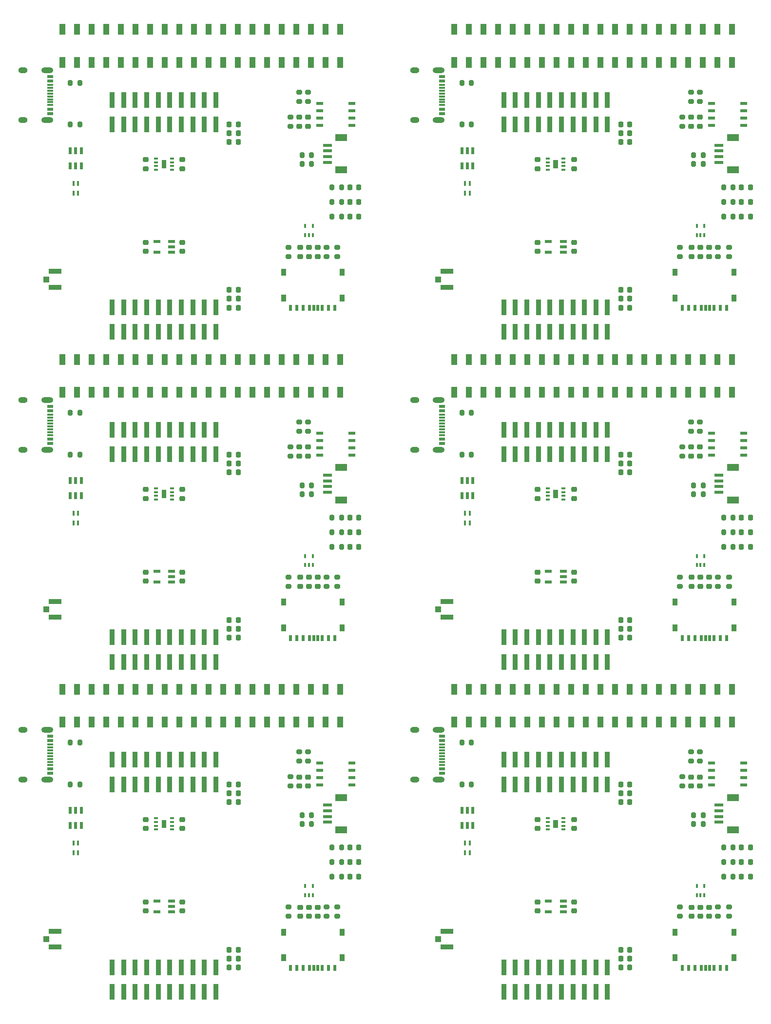
<source format=gtp>
%TF.GenerationSoftware,KiCad,Pcbnew,8.0.7*%
%TF.CreationDate,2025-01-21T13:01:44+00:00*%
%TF.ProjectId,SparkFun_GNSS_HAT+_panelized,53706172-6b46-4756-9e5f-474e53535f48,v10*%
%TF.SameCoordinates,Original*%
%TF.FileFunction,Paste,Top*%
%TF.FilePolarity,Positive*%
%FSLAX46Y46*%
G04 Gerber Fmt 4.6, Leading zero omitted, Abs format (unit mm)*
G04 Created by KiCad (PCBNEW 8.0.7) date 2025-01-21 13:01:44*
%MOMM*%
%LPD*%
G01*
G04 APERTURE LIST*
G04 Aperture macros list*
%AMRoundRect*
0 Rectangle with rounded corners*
0 $1 Rounding radius*
0 $2 $3 $4 $5 $6 $7 $8 $9 X,Y pos of 4 corners*
0 Add a 4 corners polygon primitive as box body*
4,1,4,$2,$3,$4,$5,$6,$7,$8,$9,$2,$3,0*
0 Add four circle primitives for the rounded corners*
1,1,$1+$1,$2,$3*
1,1,$1+$1,$4,$5*
1,1,$1+$1,$6,$7*
1,1,$1+$1,$8,$9*
0 Add four rect primitives between the rounded corners*
20,1,$1+$1,$2,$3,$4,$5,0*
20,1,$1+$1,$4,$5,$6,$7,0*
20,1,$1+$1,$6,$7,$8,$9,0*
20,1,$1+$1,$8,$9,$2,$3,0*%
G04 Aperture macros list end*
%ADD10RoundRect,0.200000X0.200000X0.275000X-0.200000X0.275000X-0.200000X-0.275000X0.200000X-0.275000X0*%
%ADD11RoundRect,0.225000X-0.225000X-0.250000X0.225000X-0.250000X0.225000X0.250000X-0.225000X0.250000X0*%
%ADD12RoundRect,0.218750X0.218750X0.256250X-0.218750X0.256250X-0.218750X-0.256250X0.218750X-0.256250X0*%
%ADD13R,0.900000X2.750000*%
%ADD14RoundRect,0.225000X0.250000X-0.225000X0.250000X0.225000X-0.250000X0.225000X-0.250000X-0.225000X0*%
%ADD15RoundRect,0.200000X0.275000X-0.200000X0.275000X0.200000X-0.275000X0.200000X-0.275000X-0.200000X0*%
%ADD16RoundRect,0.200000X-0.275000X0.200000X-0.275000X-0.200000X0.275000X-0.200000X0.275000X0.200000X0*%
%ADD17R,0.500000X1.000000*%
%ADD18R,0.950000X1.200000*%
%ADD19R,0.550000X1.200000*%
%ADD20R,1.020000X1.870000*%
%ADD21R,1.550000X0.600000*%
%ADD22R,2.000000X1.200000*%
%ADD23RoundRect,0.225000X-0.250000X0.225000X-0.250000X-0.225000X0.250000X-0.225000X0.250000X0.225000X0*%
%ADD24R,1.200000X0.550000*%
%ADD25RoundRect,0.225000X0.225000X0.250000X-0.225000X0.250000X-0.225000X-0.250000X0.225000X-0.250000X0*%
%ADD26R,1.050000X1.000000*%
%ADD27R,2.200000X0.850000*%
%ADD28R,0.650000X0.300000*%
%ADD29R,1.000000X0.300000*%
%ADD30R,1.000000X0.600000*%
%ADD31O,1.600000X1.000000*%
%ADD32O,2.100000X1.000000*%
%ADD33R,1.200000X0.600000*%
%ADD34R,0.300000X0.700000*%
%ADD35R,0.400000X0.900000*%
G04 APERTURE END LIST*
%TO.C,U2*%
G36*
X25600000Y89937500D02*
G01*
X26400000Y89937500D01*
X26400000Y88562500D01*
X25600000Y88562500D01*
X25600000Y89937500D01*
G37*
G36*
X93640000Y32687500D02*
G01*
X94440000Y32687500D01*
X94440000Y31312500D01*
X93640000Y31312500D01*
X93640000Y32687500D01*
G37*
G36*
X93640000Y147187500D02*
G01*
X94440000Y147187500D01*
X94440000Y145812500D01*
X93640000Y145812500D01*
X93640000Y147187500D01*
G37*
G36*
X25600000Y147187500D02*
G01*
X26400000Y147187500D01*
X26400000Y145812500D01*
X25600000Y145812500D01*
X25600000Y147187500D01*
G37*
G36*
X93640000Y89937500D02*
G01*
X94440000Y89937500D01*
X94440000Y88562500D01*
X93640000Y88562500D01*
X93640000Y89937500D01*
G37*
G36*
X25600000Y32687500D02*
G01*
X26400000Y32687500D01*
X26400000Y31312500D01*
X25600000Y31312500D01*
X25600000Y32687500D01*
G37*
%TD*%
D10*
%TO.C,R5*%
X119665000Y146504000D03*
X118015000Y146504000D03*
%TD*%
%TO.C,R5*%
X51625000Y89254000D03*
X49975000Y89254000D03*
%TD*%
%TO.C,R5*%
X51625000Y146504000D03*
X49975000Y146504000D03*
%TD*%
%TO.C,R5*%
X119665000Y32004000D03*
X118015000Y32004000D03*
%TD*%
%TO.C,R5*%
X119665000Y89254000D03*
X118015000Y89254000D03*
%TD*%
%TO.C,R5*%
X51625000Y32004000D03*
X49975000Y32004000D03*
%TD*%
D11*
%TO.C,C15*%
X37325000Y150314000D03*
X38875000Y150314000D03*
%TD*%
%TO.C,C15*%
X105365000Y35814000D03*
X106915000Y35814000D03*
%TD*%
%TO.C,C15*%
X105365000Y93064000D03*
X106915000Y93064000D03*
%TD*%
%TO.C,C15*%
X37325000Y93064000D03*
X38875000Y93064000D03*
%TD*%
%TO.C,C15*%
X105365000Y150314000D03*
X106915000Y150314000D03*
%TD*%
%TO.C,C15*%
X37325000Y35814000D03*
X38875000Y35814000D03*
%TD*%
%TO.C,C12*%
X37325000Y67410000D03*
X38875000Y67410000D03*
%TD*%
%TO.C,C12*%
X37325000Y124660000D03*
X38875000Y124660000D03*
%TD*%
%TO.C,C12*%
X105365000Y10160000D03*
X106915000Y10160000D03*
%TD*%
%TO.C,C12*%
X105365000Y124660000D03*
X106915000Y124660000D03*
%TD*%
%TO.C,C12*%
X105365000Y67410000D03*
X106915000Y67410000D03*
%TD*%
%TO.C,C12*%
X37325000Y10160000D03*
X38875000Y10160000D03*
%TD*%
D12*
%TO.C,D4*%
X127882500Y137360000D03*
X126307500Y137360000D03*
%TD*%
%TO.C,D4*%
X127882500Y22860000D03*
X126307500Y22860000D03*
%TD*%
%TO.C,D4*%
X59842500Y80110000D03*
X58267500Y80110000D03*
%TD*%
%TO.C,D4*%
X59842500Y137360000D03*
X58267500Y137360000D03*
%TD*%
%TO.C,D4*%
X127882500Y80110000D03*
X126307500Y80110000D03*
%TD*%
%TO.C,D4*%
X59842500Y22860000D03*
X58267500Y22860000D03*
%TD*%
D13*
%TO.C,J4*%
X17000000Y96125000D03*
X17000000Y100375000D03*
X19000000Y96125000D03*
X19000000Y100375000D03*
X21000000Y96125000D03*
X21000000Y100375000D03*
X23000000Y96125000D03*
X23000000Y100375000D03*
X25000000Y96125000D03*
X25000000Y100375000D03*
X27000000Y96125000D03*
X27000000Y100375000D03*
X29000000Y96125000D03*
X29000000Y100375000D03*
X31000000Y96125000D03*
X31000000Y100375000D03*
X33000000Y96125000D03*
X33000000Y100375000D03*
X35000000Y96125000D03*
X35000000Y100375000D03*
%TD*%
%TO.C,J4*%
X85040000Y96125000D03*
X85040000Y100375000D03*
X87040000Y96125000D03*
X87040000Y100375000D03*
X89040000Y96125000D03*
X89040000Y100375000D03*
X91040000Y96125000D03*
X91040000Y100375000D03*
X93040000Y96125000D03*
X93040000Y100375000D03*
X95040000Y96125000D03*
X95040000Y100375000D03*
X97040000Y96125000D03*
X97040000Y100375000D03*
X99040000Y96125000D03*
X99040000Y100375000D03*
X101040000Y96125000D03*
X101040000Y100375000D03*
X103040000Y96125000D03*
X103040000Y100375000D03*
%TD*%
%TO.C,J4*%
X17000000Y153375000D03*
X17000000Y157625000D03*
X19000000Y153375000D03*
X19000000Y157625000D03*
X21000000Y153375000D03*
X21000000Y157625000D03*
X23000000Y153375000D03*
X23000000Y157625000D03*
X25000000Y153375000D03*
X25000000Y157625000D03*
X27000000Y153375000D03*
X27000000Y157625000D03*
X29000000Y153375000D03*
X29000000Y157625000D03*
X31000000Y153375000D03*
X31000000Y157625000D03*
X33000000Y153375000D03*
X33000000Y157625000D03*
X35000000Y153375000D03*
X35000000Y157625000D03*
%TD*%
%TO.C,J4*%
X85040000Y153375000D03*
X85040000Y157625000D03*
X87040000Y153375000D03*
X87040000Y157625000D03*
X89040000Y153375000D03*
X89040000Y157625000D03*
X91040000Y153375000D03*
X91040000Y157625000D03*
X93040000Y153375000D03*
X93040000Y157625000D03*
X95040000Y153375000D03*
X95040000Y157625000D03*
X97040000Y153375000D03*
X97040000Y157625000D03*
X99040000Y153375000D03*
X99040000Y157625000D03*
X101040000Y153375000D03*
X101040000Y157625000D03*
X103040000Y153375000D03*
X103040000Y157625000D03*
%TD*%
%TO.C,J4*%
X85040000Y38875000D03*
X85040000Y43125000D03*
X87040000Y38875000D03*
X87040000Y43125000D03*
X89040000Y38875000D03*
X89040000Y43125000D03*
X91040000Y38875000D03*
X91040000Y43125000D03*
X93040000Y38875000D03*
X93040000Y43125000D03*
X95040000Y38875000D03*
X95040000Y43125000D03*
X97040000Y38875000D03*
X97040000Y43125000D03*
X99040000Y38875000D03*
X99040000Y43125000D03*
X101040000Y38875000D03*
X101040000Y43125000D03*
X103040000Y38875000D03*
X103040000Y43125000D03*
%TD*%
%TO.C,J4*%
X17000000Y38875000D03*
X17000000Y43125000D03*
X19000000Y38875000D03*
X19000000Y43125000D03*
X21000000Y38875000D03*
X21000000Y43125000D03*
X23000000Y38875000D03*
X23000000Y43125000D03*
X25000000Y38875000D03*
X25000000Y43125000D03*
X27000000Y38875000D03*
X27000000Y43125000D03*
X29000000Y38875000D03*
X29000000Y43125000D03*
X31000000Y38875000D03*
X31000000Y43125000D03*
X33000000Y38875000D03*
X33000000Y43125000D03*
X35000000Y38875000D03*
X35000000Y43125000D03*
%TD*%
D14*
%TO.C,C1*%
X117570000Y38595000D03*
X117570000Y40145000D03*
%TD*%
%TO.C,C1*%
X49530000Y153095000D03*
X49530000Y154645000D03*
%TD*%
%TO.C,C1*%
X117570000Y95845000D03*
X117570000Y97395000D03*
%TD*%
%TO.C,C1*%
X49530000Y95845000D03*
X49530000Y97395000D03*
%TD*%
%TO.C,C1*%
X117570000Y153095000D03*
X117570000Y154645000D03*
%TD*%
%TO.C,C1*%
X49530000Y38595000D03*
X49530000Y40145000D03*
%TD*%
D15*
%TO.C,R8*%
X115665000Y15939000D03*
X115665000Y17589000D03*
%TD*%
%TO.C,R8*%
X47625000Y73189000D03*
X47625000Y74839000D03*
%TD*%
%TO.C,R8*%
X47625000Y130439000D03*
X47625000Y132089000D03*
%TD*%
%TO.C,R8*%
X115665000Y73189000D03*
X115665000Y74839000D03*
%TD*%
%TO.C,R8*%
X115665000Y130439000D03*
X115665000Y132089000D03*
%TD*%
%TO.C,R8*%
X47625000Y15939000D03*
X47625000Y17589000D03*
%TD*%
D11*
%TO.C,C10*%
X105365000Y64343000D03*
X106915000Y64343000D03*
%TD*%
%TO.C,C10*%
X105365000Y121593000D03*
X106915000Y121593000D03*
%TD*%
%TO.C,C10*%
X37325000Y64343000D03*
X38875000Y64343000D03*
%TD*%
%TO.C,C10*%
X37325000Y121593000D03*
X38875000Y121593000D03*
%TD*%
%TO.C,C10*%
X105365000Y7093000D03*
X106915000Y7093000D03*
%TD*%
%TO.C,C10*%
X37325000Y7093000D03*
X38875000Y7093000D03*
%TD*%
D14*
%TO.C,C3*%
X22860000Y145729000D03*
X22860000Y147279000D03*
%TD*%
%TO.C,C3*%
X90900000Y31229000D03*
X90900000Y32779000D03*
%TD*%
%TO.C,C3*%
X90900000Y88479000D03*
X90900000Y90029000D03*
%TD*%
%TO.C,C3*%
X90900000Y145729000D03*
X90900000Y147279000D03*
%TD*%
%TO.C,C3*%
X22860000Y88479000D03*
X22860000Y90029000D03*
%TD*%
%TO.C,C3*%
X22860000Y31229000D03*
X22860000Y32779000D03*
%TD*%
D10*
%TO.C,R10*%
X79406000Y38862000D03*
X77756000Y38862000D03*
%TD*%
%TO.C,R10*%
X11366000Y96112000D03*
X9716000Y96112000D03*
%TD*%
%TO.C,R10*%
X11366000Y153362000D03*
X9716000Y153362000D03*
%TD*%
%TO.C,R10*%
X79406000Y96112000D03*
X77756000Y96112000D03*
%TD*%
%TO.C,R10*%
X79406000Y153362000D03*
X77756000Y153362000D03*
%TD*%
%TO.C,R10*%
X11366000Y38862000D03*
X9716000Y38862000D03*
%TD*%
%TO.C,R9*%
X11366000Y103351000D03*
X9716000Y103351000D03*
%TD*%
%TO.C,R9*%
X11366000Y160601000D03*
X9716000Y160601000D03*
%TD*%
%TO.C,R9*%
X79406000Y46101000D03*
X77756000Y46101000D03*
%TD*%
%TO.C,R9*%
X79406000Y103351000D03*
X77756000Y103351000D03*
%TD*%
%TO.C,R9*%
X79406000Y160601000D03*
X77756000Y160601000D03*
%TD*%
%TO.C,R9*%
X11366000Y46101000D03*
X9716000Y46101000D03*
%TD*%
D11*
%TO.C,C13*%
X37325000Y153362000D03*
X38875000Y153362000D03*
%TD*%
%TO.C,C13*%
X105365000Y96112000D03*
X106915000Y96112000D03*
%TD*%
%TO.C,C13*%
X105365000Y153362000D03*
X106915000Y153362000D03*
%TD*%
%TO.C,C13*%
X105365000Y38862000D03*
X106915000Y38862000D03*
%TD*%
%TO.C,C13*%
X37325000Y96112000D03*
X38875000Y96112000D03*
%TD*%
%TO.C,C13*%
X37325000Y38862000D03*
X38875000Y38862000D03*
%TD*%
D12*
%TO.C,D5*%
X59842500Y85190000D03*
X58267500Y85190000D03*
%TD*%
%TO.C,D5*%
X127882500Y85190000D03*
X126307500Y85190000D03*
%TD*%
%TO.C,D5*%
X127882500Y27940000D03*
X126307500Y27940000D03*
%TD*%
%TO.C,D5*%
X127882500Y142440000D03*
X126307500Y142440000D03*
%TD*%
%TO.C,D5*%
X59842500Y142440000D03*
X58267500Y142440000D03*
%TD*%
%TO.C,D5*%
X59842500Y27940000D03*
X58267500Y27940000D03*
%TD*%
D10*
%TO.C,R11*%
X56832000Y82650000D03*
X55182000Y82650000D03*
%TD*%
%TO.C,R11*%
X56832000Y139900000D03*
X55182000Y139900000D03*
%TD*%
%TO.C,R11*%
X124872000Y25400000D03*
X123222000Y25400000D03*
%TD*%
%TO.C,R11*%
X124872000Y139900000D03*
X123222000Y139900000D03*
%TD*%
%TO.C,R11*%
X124872000Y82650000D03*
X123222000Y82650000D03*
%TD*%
%TO.C,R11*%
X56832000Y25400000D03*
X55182000Y25400000D03*
%TD*%
D16*
%TO.C,R3*%
X116046000Y97445000D03*
X116046000Y95795000D03*
%TD*%
%TO.C,R3*%
X48006000Y154695000D03*
X48006000Y153045000D03*
%TD*%
%TO.C,R3*%
X48006000Y97445000D03*
X48006000Y95795000D03*
%TD*%
%TO.C,R3*%
X116046000Y40195000D03*
X116046000Y38545000D03*
%TD*%
%TO.C,R3*%
X116046000Y154695000D03*
X116046000Y153045000D03*
%TD*%
%TO.C,R3*%
X48006000Y40195000D03*
X48006000Y38545000D03*
%TD*%
D17*
%TO.C,J5*%
X55700000Y64275000D03*
X54600000Y64275000D03*
X53500000Y64275000D03*
X52750000Y64275000D03*
X51300000Y64275000D03*
X50200000Y64275000D03*
X49100000Y64275000D03*
X48000000Y64275000D03*
X52050000Y64275000D03*
D18*
X46750000Y70475000D03*
X46750000Y66025000D03*
X56950000Y70475000D03*
X56950000Y66025000D03*
%TD*%
D17*
%TO.C,J5*%
X55700000Y121525000D03*
X54600000Y121525000D03*
X53500000Y121525000D03*
X52750000Y121525000D03*
X51300000Y121525000D03*
X50200000Y121525000D03*
X49100000Y121525000D03*
X48000000Y121525000D03*
X52050000Y121525000D03*
D18*
X46750000Y127725000D03*
X46750000Y123275000D03*
X56950000Y127725000D03*
X56950000Y123275000D03*
%TD*%
D17*
%TO.C,J5*%
X123740000Y7025000D03*
X122640000Y7025000D03*
X121540000Y7025000D03*
X120790000Y7025000D03*
X119340000Y7025000D03*
X118240000Y7025000D03*
X117140000Y7025000D03*
X116040000Y7025000D03*
X120090000Y7025000D03*
D18*
X114790000Y13225000D03*
X114790000Y8775000D03*
X124990000Y13225000D03*
X124990000Y8775000D03*
%TD*%
D17*
%TO.C,J5*%
X123740000Y64275000D03*
X122640000Y64275000D03*
X121540000Y64275000D03*
X120790000Y64275000D03*
X119340000Y64275000D03*
X118240000Y64275000D03*
X117140000Y64275000D03*
X116040000Y64275000D03*
X120090000Y64275000D03*
D18*
X114790000Y70475000D03*
X114790000Y66025000D03*
X124990000Y70475000D03*
X124990000Y66025000D03*
%TD*%
D17*
%TO.C,J5*%
X123740000Y121525000D03*
X122640000Y121525000D03*
X121540000Y121525000D03*
X120790000Y121525000D03*
X119340000Y121525000D03*
X118240000Y121525000D03*
X117140000Y121525000D03*
X116040000Y121525000D03*
X120090000Y121525000D03*
D18*
X114790000Y127725000D03*
X114790000Y123275000D03*
X124990000Y127725000D03*
X124990000Y123275000D03*
%TD*%
D17*
%TO.C,J5*%
X55700000Y7025000D03*
X54600000Y7025000D03*
X53500000Y7025000D03*
X52750000Y7025000D03*
X51300000Y7025000D03*
X50200000Y7025000D03*
X49100000Y7025000D03*
X48000000Y7025000D03*
X52050000Y7025000D03*
D18*
X46750000Y13225000D03*
X46750000Y8775000D03*
X56950000Y13225000D03*
X56950000Y8775000D03*
%TD*%
D14*
%TO.C,C8*%
X49657000Y130489000D03*
X49657000Y132039000D03*
%TD*%
%TO.C,C8*%
X117697000Y15989000D03*
X117697000Y17539000D03*
%TD*%
%TO.C,C8*%
X49657000Y73239000D03*
X49657000Y74789000D03*
%TD*%
%TO.C,C8*%
X117697000Y73239000D03*
X117697000Y74789000D03*
%TD*%
%TO.C,C8*%
X117697000Y130489000D03*
X117697000Y132039000D03*
%TD*%
%TO.C,C8*%
X49657000Y15989000D03*
X49657000Y17539000D03*
%TD*%
%TO.C,C7*%
X120745000Y15989000D03*
X120745000Y17539000D03*
%TD*%
%TO.C,C7*%
X120745000Y130489000D03*
X120745000Y132039000D03*
%TD*%
%TO.C,C7*%
X52705000Y130489000D03*
X52705000Y132039000D03*
%TD*%
%TO.C,C7*%
X52705000Y73239000D03*
X52705000Y74789000D03*
%TD*%
%TO.C,C7*%
X120745000Y73239000D03*
X120745000Y74789000D03*
%TD*%
%TO.C,C7*%
X52705000Y15989000D03*
X52705000Y17539000D03*
%TD*%
D19*
%TO.C,D1*%
X9718000Y88969900D03*
X10668000Y88969900D03*
X11618000Y88969900D03*
X11618000Y91570100D03*
X10668000Y91570000D03*
X9718000Y91570100D03*
%TD*%
%TO.C,D1*%
X77758000Y31719900D03*
X78708000Y31719900D03*
X79658000Y31719900D03*
X79658000Y34320100D03*
X78708000Y34320000D03*
X77758000Y34320100D03*
%TD*%
%TO.C,D1*%
X77758000Y88969900D03*
X78708000Y88969900D03*
X79658000Y88969900D03*
X79658000Y91570100D03*
X78708000Y91570000D03*
X77758000Y91570100D03*
%TD*%
%TO.C,D1*%
X9718000Y146219900D03*
X10668000Y146219900D03*
X11618000Y146219900D03*
X11618000Y148820100D03*
X10668000Y148820000D03*
X9718000Y148820100D03*
%TD*%
%TO.C,D1*%
X77758000Y146219900D03*
X78708000Y146219900D03*
X79658000Y146219900D03*
X79658000Y148820100D03*
X78708000Y148820000D03*
X77758000Y148820100D03*
%TD*%
%TO.C,D1*%
X9718000Y31719900D03*
X10668000Y31719900D03*
X11618000Y31719900D03*
X11618000Y34320100D03*
X10668000Y34320000D03*
X9718000Y34320100D03*
%TD*%
D20*
%TO.C,J1*%
X76410000Y164135000D03*
X76410000Y169865000D03*
X78950000Y164135000D03*
X78950000Y169865000D03*
X81490000Y164135000D03*
X81490000Y169865000D03*
X84030000Y164135000D03*
X84030000Y169865000D03*
X86570000Y164135000D03*
X86570000Y169865000D03*
X89110000Y164135000D03*
X89110000Y169865000D03*
X91650000Y164135000D03*
X91650000Y169865000D03*
X94190000Y164135000D03*
X94190000Y169865000D03*
X96730000Y164135000D03*
X96730000Y169865000D03*
X99270000Y164135000D03*
X99270000Y169865000D03*
X101810000Y164135000D03*
X101810000Y169865000D03*
X104350000Y164135000D03*
X104350000Y169865000D03*
X106890000Y164135000D03*
X106890000Y169865000D03*
X109430000Y164135000D03*
X109430000Y169865000D03*
X111970000Y164135000D03*
X111970000Y169865000D03*
X114510000Y164135000D03*
X114510000Y169865000D03*
X117050000Y164135000D03*
X117050000Y169865000D03*
X119590000Y164135000D03*
X119590000Y169865000D03*
X122130000Y164135000D03*
X122130000Y169865000D03*
X124670000Y164135000D03*
X124670000Y169865000D03*
%TD*%
%TO.C,J1*%
X76410000Y49635000D03*
X76410000Y55365000D03*
X78950000Y49635000D03*
X78950000Y55365000D03*
X81490000Y49635000D03*
X81490000Y55365000D03*
X84030000Y49635000D03*
X84030000Y55365000D03*
X86570000Y49635000D03*
X86570000Y55365000D03*
X89110000Y49635000D03*
X89110000Y55365000D03*
X91650000Y49635000D03*
X91650000Y55365000D03*
X94190000Y49635000D03*
X94190000Y55365000D03*
X96730000Y49635000D03*
X96730000Y55365000D03*
X99270000Y49635000D03*
X99270000Y55365000D03*
X101810000Y49635000D03*
X101810000Y55365000D03*
X104350000Y49635000D03*
X104350000Y55365000D03*
X106890000Y49635000D03*
X106890000Y55365000D03*
X109430000Y49635000D03*
X109430000Y55365000D03*
X111970000Y49635000D03*
X111970000Y55365000D03*
X114510000Y49635000D03*
X114510000Y55365000D03*
X117050000Y49635000D03*
X117050000Y55365000D03*
X119590000Y49635000D03*
X119590000Y55365000D03*
X122130000Y49635000D03*
X122130000Y55365000D03*
X124670000Y49635000D03*
X124670000Y55365000D03*
%TD*%
%TO.C,J1*%
X76410000Y106885000D03*
X76410000Y112615000D03*
X78950000Y106885000D03*
X78950000Y112615000D03*
X81490000Y106885000D03*
X81490000Y112615000D03*
X84030000Y106885000D03*
X84030000Y112615000D03*
X86570000Y106885000D03*
X86570000Y112615000D03*
X89110000Y106885000D03*
X89110000Y112615000D03*
X91650000Y106885000D03*
X91650000Y112615000D03*
X94190000Y106885000D03*
X94190000Y112615000D03*
X96730000Y106885000D03*
X96730000Y112615000D03*
X99270000Y106885000D03*
X99270000Y112615000D03*
X101810000Y106885000D03*
X101810000Y112615000D03*
X104350000Y106885000D03*
X104350000Y112615000D03*
X106890000Y106885000D03*
X106890000Y112615000D03*
X109430000Y106885000D03*
X109430000Y112615000D03*
X111970000Y106885000D03*
X111970000Y112615000D03*
X114510000Y106885000D03*
X114510000Y112615000D03*
X117050000Y106885000D03*
X117050000Y112615000D03*
X119590000Y106885000D03*
X119590000Y112615000D03*
X122130000Y106885000D03*
X122130000Y112615000D03*
X124670000Y106885000D03*
X124670000Y112615000D03*
%TD*%
%TO.C,J1*%
X8370000Y164135000D03*
X8370000Y169865000D03*
X10910000Y164135000D03*
X10910000Y169865000D03*
X13450000Y164135000D03*
X13450000Y169865000D03*
X15990000Y164135000D03*
X15990000Y169865000D03*
X18530000Y164135000D03*
X18530000Y169865000D03*
X21070000Y164135000D03*
X21070000Y169865000D03*
X23610000Y164135000D03*
X23610000Y169865000D03*
X26150000Y164135000D03*
X26150000Y169865000D03*
X28690000Y164135000D03*
X28690000Y169865000D03*
X31230000Y164135000D03*
X31230000Y169865000D03*
X33770000Y164135000D03*
X33770000Y169865000D03*
X36310000Y164135000D03*
X36310000Y169865000D03*
X38850000Y164135000D03*
X38850000Y169865000D03*
X41390000Y164135000D03*
X41390000Y169865000D03*
X43930000Y164135000D03*
X43930000Y169865000D03*
X46470000Y164135000D03*
X46470000Y169865000D03*
X49010000Y164135000D03*
X49010000Y169865000D03*
X51550000Y164135000D03*
X51550000Y169865000D03*
X54090000Y164135000D03*
X54090000Y169865000D03*
X56630000Y164135000D03*
X56630000Y169865000D03*
%TD*%
%TO.C,J1*%
X8370000Y106885000D03*
X8370000Y112615000D03*
X10910000Y106885000D03*
X10910000Y112615000D03*
X13450000Y106885000D03*
X13450000Y112615000D03*
X15990000Y106885000D03*
X15990000Y112615000D03*
X18530000Y106885000D03*
X18530000Y112615000D03*
X21070000Y106885000D03*
X21070000Y112615000D03*
X23610000Y106885000D03*
X23610000Y112615000D03*
X26150000Y106885000D03*
X26150000Y112615000D03*
X28690000Y106885000D03*
X28690000Y112615000D03*
X31230000Y106885000D03*
X31230000Y112615000D03*
X33770000Y106885000D03*
X33770000Y112615000D03*
X36310000Y106885000D03*
X36310000Y112615000D03*
X38850000Y106885000D03*
X38850000Y112615000D03*
X41390000Y106885000D03*
X41390000Y112615000D03*
X43930000Y106885000D03*
X43930000Y112615000D03*
X46470000Y106885000D03*
X46470000Y112615000D03*
X49010000Y106885000D03*
X49010000Y112615000D03*
X51550000Y106885000D03*
X51550000Y112615000D03*
X54090000Y106885000D03*
X54090000Y112615000D03*
X56630000Y106885000D03*
X56630000Y112615000D03*
%TD*%
%TO.C,J1*%
X8370000Y49635000D03*
X8370000Y55365000D03*
X10910000Y49635000D03*
X10910000Y55365000D03*
X13450000Y49635000D03*
X13450000Y55365000D03*
X15990000Y49635000D03*
X15990000Y55365000D03*
X18530000Y49635000D03*
X18530000Y55365000D03*
X21070000Y49635000D03*
X21070000Y55365000D03*
X23610000Y49635000D03*
X23610000Y55365000D03*
X26150000Y49635000D03*
X26150000Y55365000D03*
X28690000Y49635000D03*
X28690000Y55365000D03*
X31230000Y49635000D03*
X31230000Y55365000D03*
X33770000Y49635000D03*
X33770000Y55365000D03*
X36310000Y49635000D03*
X36310000Y55365000D03*
X38850000Y49635000D03*
X38850000Y55365000D03*
X41390000Y49635000D03*
X41390000Y55365000D03*
X43930000Y49635000D03*
X43930000Y55365000D03*
X46470000Y49635000D03*
X46470000Y55365000D03*
X49010000Y49635000D03*
X49010000Y55365000D03*
X51550000Y49635000D03*
X51550000Y55365000D03*
X54090000Y49635000D03*
X54090000Y55365000D03*
X56630000Y49635000D03*
X56630000Y55365000D03*
%TD*%
D10*
%TO.C,R4*%
X119665000Y33528000D03*
X118015000Y33528000D03*
%TD*%
%TO.C,R4*%
X51625000Y90778000D03*
X49975000Y90778000D03*
%TD*%
%TO.C,R4*%
X51625000Y148028000D03*
X49975000Y148028000D03*
%TD*%
%TO.C,R4*%
X119665000Y90778000D03*
X118015000Y90778000D03*
%TD*%
%TO.C,R4*%
X119665000Y148028000D03*
X118015000Y148028000D03*
%TD*%
%TO.C,R4*%
X51625000Y33528000D03*
X49975000Y33528000D03*
%TD*%
D21*
%TO.C,J8*%
X54369000Y92532000D03*
X54369000Y91532000D03*
X54369000Y90532000D03*
X54369000Y89532000D03*
D22*
X56794000Y93832000D03*
X56794000Y88232000D03*
%TD*%
D21*
%TO.C,J8*%
X122409000Y35282000D03*
X122409000Y34282000D03*
X122409000Y33282000D03*
X122409000Y32282000D03*
D22*
X124834000Y36582000D03*
X124834000Y30982000D03*
%TD*%
D21*
%TO.C,J8*%
X122409000Y149782000D03*
X122409000Y148782000D03*
X122409000Y147782000D03*
X122409000Y146782000D03*
D22*
X124834000Y151082000D03*
X124834000Y145482000D03*
%TD*%
D21*
%TO.C,J8*%
X122409000Y92532000D03*
X122409000Y91532000D03*
X122409000Y90532000D03*
X122409000Y89532000D03*
D22*
X124834000Y93832000D03*
X124834000Y88232000D03*
%TD*%
D21*
%TO.C,J8*%
X54369000Y149782000D03*
X54369000Y148782000D03*
X54369000Y147782000D03*
X54369000Y146782000D03*
D22*
X56794000Y151082000D03*
X56794000Y145482000D03*
%TD*%
D21*
%TO.C,J8*%
X54369000Y35282000D03*
X54369000Y34282000D03*
X54369000Y33282000D03*
X54369000Y32282000D03*
D22*
X56794000Y36582000D03*
X56794000Y30982000D03*
%TD*%
D10*
%TO.C,R13*%
X56832000Y85190000D03*
X55182000Y85190000D03*
%TD*%
%TO.C,R13*%
X56832000Y142440000D03*
X55182000Y142440000D03*
%TD*%
%TO.C,R13*%
X124872000Y27940000D03*
X123222000Y27940000D03*
%TD*%
%TO.C,R13*%
X124872000Y142440000D03*
X123222000Y142440000D03*
%TD*%
%TO.C,R13*%
X124872000Y85190000D03*
X123222000Y85190000D03*
%TD*%
%TO.C,R13*%
X56832000Y27940000D03*
X55182000Y27940000D03*
%TD*%
D15*
%TO.C,R2*%
X51054000Y100113000D03*
X51054000Y101763000D03*
%TD*%
%TO.C,R2*%
X119094000Y157363000D03*
X119094000Y159013000D03*
%TD*%
%TO.C,R2*%
X51054000Y157363000D03*
X51054000Y159013000D03*
%TD*%
%TO.C,R2*%
X119094000Y42863000D03*
X119094000Y44513000D03*
%TD*%
%TO.C,R2*%
X119094000Y100113000D03*
X119094000Y101763000D03*
%TD*%
%TO.C,R2*%
X51054000Y42863000D03*
X51054000Y44513000D03*
%TD*%
%TO.C,R1*%
X117570000Y42863000D03*
X117570000Y44513000D03*
%TD*%
%TO.C,R1*%
X117570000Y100113000D03*
X117570000Y101763000D03*
%TD*%
%TO.C,R1*%
X49530000Y100113000D03*
X49530000Y101763000D03*
%TD*%
%TO.C,R1*%
X49530000Y157363000D03*
X49530000Y159013000D03*
%TD*%
%TO.C,R1*%
X117570000Y157363000D03*
X117570000Y159013000D03*
%TD*%
%TO.C,R1*%
X49530000Y42863000D03*
X49530000Y44513000D03*
%TD*%
%TO.C,R6*%
X56134000Y130439000D03*
X56134000Y132089000D03*
%TD*%
%TO.C,R6*%
X124174000Y73189000D03*
X124174000Y74839000D03*
%TD*%
%TO.C,R6*%
X56134000Y73189000D03*
X56134000Y74839000D03*
%TD*%
%TO.C,R6*%
X124174000Y15939000D03*
X124174000Y17589000D03*
%TD*%
%TO.C,R6*%
X124174000Y130439000D03*
X124174000Y132089000D03*
%TD*%
%TO.C,R6*%
X56134000Y15939000D03*
X56134000Y17589000D03*
%TD*%
D23*
%TO.C,C9*%
X119221000Y74789000D03*
X119221000Y73239000D03*
%TD*%
%TO.C,C9*%
X119221000Y17539000D03*
X119221000Y15989000D03*
%TD*%
%TO.C,C9*%
X51181000Y74789000D03*
X51181000Y73239000D03*
%TD*%
%TO.C,C9*%
X51181000Y132039000D03*
X51181000Y130489000D03*
%TD*%
%TO.C,C9*%
X119221000Y132039000D03*
X119221000Y130489000D03*
%TD*%
%TO.C,C9*%
X51181000Y17539000D03*
X51181000Y15989000D03*
%TD*%
%TO.C,C5*%
X22860000Y75678000D03*
X22860000Y74128000D03*
%TD*%
%TO.C,C5*%
X90900000Y18428000D03*
X90900000Y16878000D03*
%TD*%
%TO.C,C5*%
X22860000Y132928000D03*
X22860000Y131378000D03*
%TD*%
%TO.C,C5*%
X90900000Y132928000D03*
X90900000Y131378000D03*
%TD*%
%TO.C,C5*%
X90900000Y75678000D03*
X90900000Y74128000D03*
%TD*%
%TO.C,C5*%
X22860000Y18428000D03*
X22860000Y16878000D03*
%TD*%
D24*
%TO.C,U3*%
X95375100Y16703000D03*
X95375100Y17653000D03*
X95375100Y18603000D03*
X92774900Y18603000D03*
X92774900Y16703000D03*
%TD*%
%TO.C,U3*%
X27335100Y73953000D03*
X27335100Y74903000D03*
X27335100Y75853000D03*
X24734900Y75853000D03*
X24734900Y73953000D03*
%TD*%
%TO.C,U3*%
X95375100Y73953000D03*
X95375100Y74903000D03*
X95375100Y75853000D03*
X92774900Y75853000D03*
X92774900Y73953000D03*
%TD*%
%TO.C,U3*%
X95375100Y131203000D03*
X95375100Y132153000D03*
X95375100Y133103000D03*
X92774900Y133103000D03*
X92774900Y131203000D03*
%TD*%
%TO.C,U3*%
X27335100Y131203000D03*
X27335100Y132153000D03*
X27335100Y133103000D03*
X24734900Y133103000D03*
X24734900Y131203000D03*
%TD*%
%TO.C,U3*%
X27335100Y16703000D03*
X27335100Y17653000D03*
X27335100Y18603000D03*
X24734900Y18603000D03*
X24734900Y16703000D03*
%TD*%
D25*
%TO.C,C11*%
X38875000Y65886000D03*
X37325000Y65886000D03*
%TD*%
%TO.C,C11*%
X106915000Y8636000D03*
X105365000Y8636000D03*
%TD*%
%TO.C,C11*%
X106915000Y123136000D03*
X105365000Y123136000D03*
%TD*%
%TO.C,C11*%
X38875000Y123136000D03*
X37325000Y123136000D03*
%TD*%
%TO.C,C11*%
X106915000Y65886000D03*
X105365000Y65886000D03*
%TD*%
%TO.C,C11*%
X38875000Y8636000D03*
X37325000Y8636000D03*
%TD*%
D26*
%TO.C,J3*%
X73627000Y69250000D03*
D27*
X75152000Y67875000D03*
X75152000Y70625000D03*
%TD*%
D26*
%TO.C,J3*%
X5587000Y126500000D03*
D27*
X7112000Y125125000D03*
X7112000Y127875000D03*
%TD*%
D26*
%TO.C,J3*%
X73627000Y126500000D03*
D27*
X75152000Y125125000D03*
X75152000Y127875000D03*
%TD*%
D26*
%TO.C,J3*%
X5587000Y69250000D03*
D27*
X7112000Y67875000D03*
X7112000Y70625000D03*
%TD*%
D26*
%TO.C,J3*%
X73627000Y12000000D03*
D27*
X75152000Y10625000D03*
X75152000Y13375000D03*
%TD*%
D26*
%TO.C,J3*%
X5587000Y12000000D03*
D27*
X7112000Y10625000D03*
X7112000Y13375000D03*
%TD*%
D14*
%TO.C,C4*%
X29210000Y74128000D03*
X29210000Y75678000D03*
%TD*%
%TO.C,C4*%
X97250000Y74128000D03*
X97250000Y75678000D03*
%TD*%
%TO.C,C4*%
X29210000Y131378000D03*
X29210000Y132928000D03*
%TD*%
%TO.C,C4*%
X97250000Y16878000D03*
X97250000Y18428000D03*
%TD*%
%TO.C,C4*%
X97250000Y131378000D03*
X97250000Y132928000D03*
%TD*%
%TO.C,C4*%
X29210000Y16878000D03*
X29210000Y18428000D03*
%TD*%
D28*
%TO.C,U2*%
X24625000Y90225000D03*
X24625000Y89575000D03*
X24625000Y88925000D03*
X24625000Y88275000D03*
X27375000Y88275000D03*
X27375000Y88925000D03*
X27375000Y89575000D03*
X27375000Y90225000D03*
%TD*%
%TO.C,U2*%
X92665000Y32975000D03*
X92665000Y32325000D03*
X92665000Y31675000D03*
X92665000Y31025000D03*
X95415000Y31025000D03*
X95415000Y31675000D03*
X95415000Y32325000D03*
X95415000Y32975000D03*
%TD*%
%TO.C,U2*%
X92665000Y147475000D03*
X92665000Y146825000D03*
X92665000Y146175000D03*
X92665000Y145525000D03*
X95415000Y145525000D03*
X95415000Y146175000D03*
X95415000Y146825000D03*
X95415000Y147475000D03*
%TD*%
%TO.C,U2*%
X24625000Y147475000D03*
X24625000Y146825000D03*
X24625000Y146175000D03*
X24625000Y145525000D03*
X27375000Y145525000D03*
X27375000Y146175000D03*
X27375000Y146825000D03*
X27375000Y147475000D03*
%TD*%
%TO.C,U2*%
X92665000Y90225000D03*
X92665000Y89575000D03*
X92665000Y88925000D03*
X92665000Y88275000D03*
X95415000Y88275000D03*
X95415000Y88925000D03*
X95415000Y89575000D03*
X95415000Y90225000D03*
%TD*%
%TO.C,U2*%
X24625000Y32975000D03*
X24625000Y32325000D03*
X24625000Y31675000D03*
X24625000Y31025000D03*
X27375000Y31025000D03*
X27375000Y31675000D03*
X27375000Y32325000D03*
X27375000Y32975000D03*
%TD*%
D14*
%TO.C,C6*%
X51054000Y153095000D03*
X51054000Y154645000D03*
%TD*%
%TO.C,C6*%
X51054000Y95845000D03*
X51054000Y97395000D03*
%TD*%
%TO.C,C6*%
X119094000Y38595000D03*
X119094000Y40145000D03*
%TD*%
%TO.C,C6*%
X119094000Y153095000D03*
X119094000Y154645000D03*
%TD*%
%TO.C,C6*%
X119094000Y95845000D03*
X119094000Y97395000D03*
%TD*%
%TO.C,C6*%
X51054000Y38595000D03*
X51054000Y40145000D03*
%TD*%
%TO.C,C2*%
X29210000Y88479000D03*
X29210000Y90029000D03*
%TD*%
%TO.C,C2*%
X97250000Y88479000D03*
X97250000Y90029000D03*
%TD*%
%TO.C,C2*%
X29210000Y145729000D03*
X29210000Y147279000D03*
%TD*%
%TO.C,C2*%
X97250000Y145729000D03*
X97250000Y147279000D03*
%TD*%
%TO.C,C2*%
X97250000Y31229000D03*
X97250000Y32779000D03*
%TD*%
%TO.C,C2*%
X29210000Y31229000D03*
X29210000Y32779000D03*
%TD*%
D15*
%TO.C,R7*%
X54229000Y73189000D03*
X54229000Y74839000D03*
%TD*%
%TO.C,R7*%
X54229000Y130439000D03*
X54229000Y132089000D03*
%TD*%
%TO.C,R7*%
X122269000Y15939000D03*
X122269000Y17589000D03*
%TD*%
%TO.C,R7*%
X122269000Y73189000D03*
X122269000Y74839000D03*
%TD*%
%TO.C,R7*%
X122269000Y130439000D03*
X122269000Y132089000D03*
%TD*%
%TO.C,R7*%
X54229000Y15939000D03*
X54229000Y17589000D03*
%TD*%
D10*
%TO.C,R12*%
X124872000Y137360000D03*
X123222000Y137360000D03*
%TD*%
%TO.C,R12*%
X124872000Y22860000D03*
X123222000Y22860000D03*
%TD*%
%TO.C,R12*%
X124872000Y80110000D03*
X123222000Y80110000D03*
%TD*%
%TO.C,R12*%
X56832000Y80110000D03*
X55182000Y80110000D03*
%TD*%
%TO.C,R12*%
X56832000Y137360000D03*
X55182000Y137360000D03*
%TD*%
%TO.C,R12*%
X56832000Y22860000D03*
X55182000Y22860000D03*
%TD*%
D25*
%TO.C,C14*%
X38875000Y94588000D03*
X37325000Y94588000D03*
%TD*%
%TO.C,C14*%
X38875000Y151838000D03*
X37325000Y151838000D03*
%TD*%
%TO.C,C14*%
X106915000Y151838000D03*
X105365000Y151838000D03*
%TD*%
%TO.C,C14*%
X106915000Y37338000D03*
X105365000Y37338000D03*
%TD*%
%TO.C,C14*%
X106915000Y94588000D03*
X105365000Y94588000D03*
%TD*%
%TO.C,C14*%
X38875000Y37338000D03*
X37325000Y37338000D03*
%TD*%
D29*
%TO.C,J6*%
X6260000Y102500000D03*
X6260000Y101500000D03*
X6260000Y101000000D03*
X6260000Y100000000D03*
X6260000Y99500000D03*
X6260000Y100500000D03*
X6260000Y102000000D03*
X6260000Y103000000D03*
D30*
X6260000Y104475000D03*
X6260000Y98025000D03*
D31*
X1505000Y105568000D03*
D32*
X5685000Y105568000D03*
X5685000Y96932000D03*
D31*
X1505000Y96932000D03*
D30*
X6260000Y103700000D03*
X6260000Y98800000D03*
%TD*%
D29*
%TO.C,J6*%
X74300000Y159750000D03*
X74300000Y158750000D03*
X74300000Y158250000D03*
X74300000Y157250000D03*
X74300000Y156750000D03*
X74300000Y157750000D03*
X74300000Y159250000D03*
X74300000Y160250000D03*
D30*
X74300000Y161725000D03*
X74300000Y155275000D03*
D31*
X69545000Y162818000D03*
D32*
X73725000Y162818000D03*
X73725000Y154182000D03*
D31*
X69545000Y154182000D03*
D30*
X74300000Y160950000D03*
X74300000Y156050000D03*
%TD*%
D29*
%TO.C,J6*%
X6260000Y159750000D03*
X6260000Y158750000D03*
X6260000Y158250000D03*
X6260000Y157250000D03*
X6260000Y156750000D03*
X6260000Y157750000D03*
X6260000Y159250000D03*
X6260000Y160250000D03*
D30*
X6260000Y161725000D03*
X6260000Y155275000D03*
D31*
X1505000Y162818000D03*
D32*
X5685000Y162818000D03*
X5685000Y154182000D03*
D31*
X1505000Y154182000D03*
D30*
X6260000Y160950000D03*
X6260000Y156050000D03*
%TD*%
D29*
%TO.C,J6*%
X74300000Y45250000D03*
X74300000Y44250000D03*
X74300000Y43750000D03*
X74300000Y42750000D03*
X74300000Y42250000D03*
X74300000Y43250000D03*
X74300000Y44750000D03*
X74300000Y45750000D03*
D30*
X74300000Y47225000D03*
X74300000Y40775000D03*
D31*
X69545000Y48318000D03*
D32*
X73725000Y48318000D03*
X73725000Y39682000D03*
D31*
X69545000Y39682000D03*
D30*
X74300000Y46450000D03*
X74300000Y41550000D03*
%TD*%
D29*
%TO.C,J6*%
X74300000Y102500000D03*
X74300000Y101500000D03*
X74300000Y101000000D03*
X74300000Y100000000D03*
X74300000Y99500000D03*
X74300000Y100500000D03*
X74300000Y102000000D03*
X74300000Y103000000D03*
D30*
X74300000Y104475000D03*
X74300000Y98025000D03*
D31*
X69545000Y105568000D03*
D32*
X73725000Y105568000D03*
X73725000Y96932000D03*
D31*
X69545000Y96932000D03*
D30*
X74300000Y103700000D03*
X74300000Y98800000D03*
%TD*%
D29*
%TO.C,J6*%
X6260000Y45250000D03*
X6260000Y44250000D03*
X6260000Y43750000D03*
X6260000Y42750000D03*
X6260000Y42250000D03*
X6260000Y43250000D03*
X6260000Y44750000D03*
X6260000Y45750000D03*
D30*
X6260000Y47225000D03*
X6260000Y40775000D03*
D31*
X1505000Y48318000D03*
D32*
X5685000Y48318000D03*
X5685000Y39682000D03*
D31*
X1505000Y39682000D03*
D30*
X6260000Y46450000D03*
X6260000Y41550000D03*
%TD*%
D13*
%TO.C,J2*%
X85040000Y2875000D03*
X85040000Y7125000D03*
X87040000Y2875000D03*
X87040000Y7125000D03*
X89040000Y2875000D03*
X89040000Y7125000D03*
X91040000Y2875000D03*
X91040000Y7125000D03*
X93040000Y2875000D03*
X93040000Y7125000D03*
X95040000Y2875000D03*
X95040000Y7125000D03*
X97040000Y2875000D03*
X97040000Y7125000D03*
X99040000Y2875000D03*
X99040000Y7125000D03*
X101040000Y2875000D03*
X101040000Y7125000D03*
X103040000Y2875000D03*
X103040000Y7125000D03*
%TD*%
%TO.C,J2*%
X85040000Y117375000D03*
X85040000Y121625000D03*
X87040000Y117375000D03*
X87040000Y121625000D03*
X89040000Y117375000D03*
X89040000Y121625000D03*
X91040000Y117375000D03*
X91040000Y121625000D03*
X93040000Y117375000D03*
X93040000Y121625000D03*
X95040000Y117375000D03*
X95040000Y121625000D03*
X97040000Y117375000D03*
X97040000Y121625000D03*
X99040000Y117375000D03*
X99040000Y121625000D03*
X101040000Y117375000D03*
X101040000Y121625000D03*
X103040000Y117375000D03*
X103040000Y121625000D03*
%TD*%
%TO.C,J2*%
X17000000Y60125000D03*
X17000000Y64375000D03*
X19000000Y60125000D03*
X19000000Y64375000D03*
X21000000Y60125000D03*
X21000000Y64375000D03*
X23000000Y60125000D03*
X23000000Y64375000D03*
X25000000Y60125000D03*
X25000000Y64375000D03*
X27000000Y60125000D03*
X27000000Y64375000D03*
X29000000Y60125000D03*
X29000000Y64375000D03*
X31000000Y60125000D03*
X31000000Y64375000D03*
X33000000Y60125000D03*
X33000000Y64375000D03*
X35000000Y60125000D03*
X35000000Y64375000D03*
%TD*%
%TO.C,J2*%
X17000000Y117375000D03*
X17000000Y121625000D03*
X19000000Y117375000D03*
X19000000Y121625000D03*
X21000000Y117375000D03*
X21000000Y121625000D03*
X23000000Y117375000D03*
X23000000Y121625000D03*
X25000000Y117375000D03*
X25000000Y121625000D03*
X27000000Y117375000D03*
X27000000Y121625000D03*
X29000000Y117375000D03*
X29000000Y121625000D03*
X31000000Y117375000D03*
X31000000Y121625000D03*
X33000000Y117375000D03*
X33000000Y121625000D03*
X35000000Y117375000D03*
X35000000Y121625000D03*
%TD*%
%TO.C,J2*%
X85040000Y60125000D03*
X85040000Y64375000D03*
X87040000Y60125000D03*
X87040000Y64375000D03*
X89040000Y60125000D03*
X89040000Y64375000D03*
X91040000Y60125000D03*
X91040000Y64375000D03*
X93040000Y60125000D03*
X93040000Y64375000D03*
X95040000Y60125000D03*
X95040000Y64375000D03*
X97040000Y60125000D03*
X97040000Y64375000D03*
X99040000Y60125000D03*
X99040000Y64375000D03*
X101040000Y60125000D03*
X101040000Y64375000D03*
X103040000Y60125000D03*
X103040000Y64375000D03*
%TD*%
%TO.C,J2*%
X17000000Y2875000D03*
X17000000Y7125000D03*
X19000000Y2875000D03*
X19000000Y7125000D03*
X21000000Y2875000D03*
X21000000Y7125000D03*
X23000000Y2875000D03*
X23000000Y7125000D03*
X25000000Y2875000D03*
X25000000Y7125000D03*
X27000000Y2875000D03*
X27000000Y7125000D03*
X29000000Y2875000D03*
X29000000Y7125000D03*
X31000000Y2875000D03*
X31000000Y7125000D03*
X33000000Y2875000D03*
X33000000Y7125000D03*
X35000000Y2875000D03*
X35000000Y7125000D03*
%TD*%
D33*
%TO.C,U1*%
X126720000Y38735000D03*
X126720000Y40005000D03*
X126720000Y41275000D03*
X126720000Y42545000D03*
X121120000Y42545000D03*
X121120000Y41275000D03*
X121120000Y40005000D03*
X121120000Y38735000D03*
%TD*%
%TO.C,U1*%
X126720000Y153235000D03*
X126720000Y154505000D03*
X126720000Y155775000D03*
X126720000Y157045000D03*
X121120000Y157045000D03*
X121120000Y155775000D03*
X121120000Y154505000D03*
X121120000Y153235000D03*
%TD*%
%TO.C,U1*%
X58680000Y153235000D03*
X58680000Y154505000D03*
X58680000Y155775000D03*
X58680000Y157045000D03*
X53080000Y157045000D03*
X53080000Y155775000D03*
X53080000Y154505000D03*
X53080000Y153235000D03*
%TD*%
%TO.C,U1*%
X58680000Y95985000D03*
X58680000Y97255000D03*
X58680000Y98525000D03*
X58680000Y99795000D03*
X53080000Y99795000D03*
X53080000Y98525000D03*
X53080000Y97255000D03*
X53080000Y95985000D03*
%TD*%
%TO.C,U1*%
X126720000Y95985000D03*
X126720000Y97255000D03*
X126720000Y98525000D03*
X126720000Y99795000D03*
X121120000Y99795000D03*
X121120000Y98525000D03*
X121120000Y97255000D03*
X121120000Y95985000D03*
%TD*%
%TO.C,U1*%
X58680000Y38735000D03*
X58680000Y40005000D03*
X58680000Y41275000D03*
X58680000Y42545000D03*
X53080000Y42545000D03*
X53080000Y41275000D03*
X53080000Y40005000D03*
X53080000Y38735000D03*
%TD*%
D12*
%TO.C,D3*%
X127882500Y139900000D03*
X126307500Y139900000D03*
%TD*%
%TO.C,D3*%
X127882500Y82650000D03*
X126307500Y82650000D03*
%TD*%
%TO.C,D3*%
X59842500Y82650000D03*
X58267500Y82650000D03*
%TD*%
%TO.C,D3*%
X59842500Y139900000D03*
X58267500Y139900000D03*
%TD*%
%TO.C,D3*%
X127882500Y25400000D03*
X126307500Y25400000D03*
%TD*%
%TO.C,D3*%
X59842500Y25400000D03*
X58267500Y25400000D03*
%TD*%
D34*
%TO.C,D2*%
X50531000Y134147000D03*
X51181000Y134147000D03*
X51831000Y134147000D03*
X51831000Y135747000D03*
X50531000Y135747000D03*
%TD*%
%TO.C,D2*%
X118571000Y76897000D03*
X119221000Y76897000D03*
X119871000Y76897000D03*
X119871000Y78497000D03*
X118571000Y78497000D03*
%TD*%
%TO.C,D2*%
X118571000Y19647000D03*
X119221000Y19647000D03*
X119871000Y19647000D03*
X119871000Y21247000D03*
X118571000Y21247000D03*
%TD*%
%TO.C,D2*%
X118571000Y134147000D03*
X119221000Y134147000D03*
X119871000Y134147000D03*
X119871000Y135747000D03*
X118571000Y135747000D03*
%TD*%
%TO.C,D2*%
X50531000Y76897000D03*
X51181000Y76897000D03*
X51831000Y76897000D03*
X51831000Y78497000D03*
X50531000Y78497000D03*
%TD*%
%TO.C,D2*%
X50531000Y19647000D03*
X51181000Y19647000D03*
X51831000Y19647000D03*
X51831000Y21247000D03*
X50531000Y21247000D03*
%TD*%
D35*
%TO.C,TR1*%
X79108000Y85913000D03*
X79108000Y84213000D03*
X78308000Y85913000D03*
X78308000Y84213000D03*
%TD*%
%TO.C,TR1*%
X79108000Y143163000D03*
X79108000Y141463000D03*
X78308000Y143163000D03*
X78308000Y141463000D03*
%TD*%
%TO.C,TR1*%
X11068000Y85913000D03*
X11068000Y84213000D03*
X10268000Y85913000D03*
X10268000Y84213000D03*
%TD*%
%TO.C,TR1*%
X79108000Y28663000D03*
X79108000Y26963000D03*
X78308000Y28663000D03*
X78308000Y26963000D03*
%TD*%
%TO.C,TR1*%
X11068000Y143163000D03*
X11068000Y141463000D03*
X10268000Y143163000D03*
X10268000Y141463000D03*
%TD*%
%TO.C,TR1*%
X11068000Y28663000D03*
X11068000Y26963000D03*
X10268000Y28663000D03*
X10268000Y26963000D03*
%TD*%
M02*

</source>
